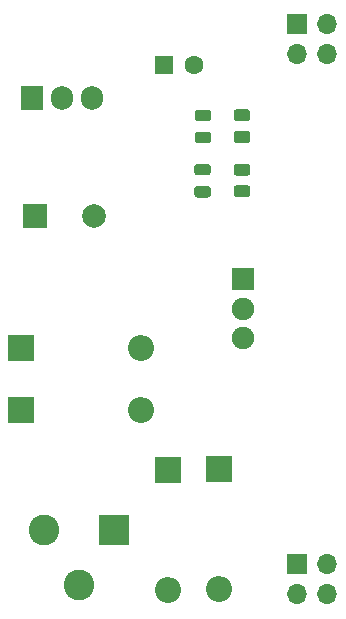
<source format=gts>
%TF.GenerationSoftware,KiCad,Pcbnew,(5.1.10-1-10_14)*%
%TF.CreationDate,2021-10-22T00:21:01+02:00*%
%TF.ProjectId,breadboard-psu,62726561-6462-46f6-9172-642d7073752e,a*%
%TF.SameCoordinates,Original*%
%TF.FileFunction,Soldermask,Top*%
%TF.FilePolarity,Negative*%
%FSLAX46Y46*%
G04 Gerber Fmt 4.6, Leading zero omitted, Abs format (unit mm)*
G04 Created by KiCad (PCBNEW (5.1.10-1-10_14)) date 2021-10-22 00:21:01*
%MOMM*%
%LPD*%
G01*
G04 APERTURE LIST*
%ADD10C,1.900000*%
%ADD11R,1.900000X1.900000*%
%ADD12R,2.000000X2.000000*%
%ADD13C,2.000000*%
%ADD14R,1.600000X1.600000*%
%ADD15C,1.600000*%
%ADD16R,2.200000X2.200000*%
%ADD17O,2.200000X2.200000*%
%ADD18R,2.600000X2.600000*%
%ADD19C,2.600000*%
%ADD20R,1.700000X1.700000*%
%ADD21O,1.700000X1.700000*%
%ADD22R,1.905000X2.000000*%
%ADD23O,1.905000X2.000000*%
G04 APERTURE END LIST*
D10*
%TO.C,SW1*%
X109982000Y-91995000D03*
X109982000Y-89495000D03*
D11*
X109982000Y-86995000D03*
%TD*%
D12*
%TO.C,C1*%
X92329000Y-81661000D03*
D13*
X97329000Y-81661000D03*
%TD*%
D14*
%TO.C,C2*%
X103251000Y-68834000D03*
D15*
X105751000Y-68834000D03*
%TD*%
D16*
%TO.C,D1*%
X91186000Y-92837000D03*
D17*
X101346000Y-92837000D03*
%TD*%
D16*
%TO.C,D2*%
X107950000Y-103079001D03*
D17*
X107950000Y-113239001D03*
%TD*%
%TO.C,D3*%
X101324001Y-98109001D03*
D16*
X91164001Y-98109001D03*
%TD*%
D17*
%TO.C,D4*%
X103632000Y-113284000D03*
D16*
X103632000Y-103124000D03*
%TD*%
%TO.C,D5*%
G36*
G01*
X106974251Y-80082999D02*
X106061751Y-80082999D01*
G75*
G02*
X105818001Y-79839249I0J243750D01*
G01*
X105818001Y-79351749D01*
G75*
G02*
X106061751Y-79107999I243750J0D01*
G01*
X106974251Y-79107999D01*
G75*
G02*
X107218001Y-79351749I0J-243750D01*
G01*
X107218001Y-79839249D01*
G75*
G02*
X106974251Y-80082999I-243750J0D01*
G01*
G37*
G36*
G01*
X106974251Y-78207999D02*
X106061751Y-78207999D01*
G75*
G02*
X105818001Y-77964249I0J243750D01*
G01*
X105818001Y-77476749D01*
G75*
G02*
X106061751Y-77232999I243750J0D01*
G01*
X106974251Y-77232999D01*
G75*
G02*
X107218001Y-77476749I0J-243750D01*
G01*
X107218001Y-77964249D01*
G75*
G02*
X106974251Y-78207999I-243750J0D01*
G01*
G37*
%TD*%
%TO.C,D6*%
G36*
G01*
X107013251Y-73625999D02*
X106100751Y-73625999D01*
G75*
G02*
X105857001Y-73382249I0J243750D01*
G01*
X105857001Y-72894749D01*
G75*
G02*
X106100751Y-72650999I243750J0D01*
G01*
X107013251Y-72650999D01*
G75*
G02*
X107257001Y-72894749I0J-243750D01*
G01*
X107257001Y-73382249D01*
G75*
G02*
X107013251Y-73625999I-243750J0D01*
G01*
G37*
G36*
G01*
X107013251Y-75500999D02*
X106100751Y-75500999D01*
G75*
G02*
X105857001Y-75257249I0J243750D01*
G01*
X105857001Y-74769749D01*
G75*
G02*
X106100751Y-74525999I243750J0D01*
G01*
X107013251Y-74525999D01*
G75*
G02*
X107257001Y-74769749I0J-243750D01*
G01*
X107257001Y-75257249D01*
G75*
G02*
X107013251Y-75500999I-243750J0D01*
G01*
G37*
%TD*%
D18*
%TO.C,J1*%
X99060000Y-108204000D03*
D19*
X93060000Y-108204000D03*
X96060000Y-112904000D03*
%TD*%
D20*
%TO.C,J2*%
X114554000Y-111125000D03*
D21*
X117094000Y-111125000D03*
X114554000Y-113665000D03*
X117094000Y-113665000D03*
%TD*%
%TO.C,J3*%
X117094000Y-67945000D03*
X114554000Y-67945000D03*
X117094000Y-65405000D03*
D20*
X114554000Y-65405000D03*
%TD*%
%TO.C,R1*%
G36*
G01*
X110305001Y-80061500D02*
X109404999Y-80061500D01*
G75*
G02*
X109155000Y-79811501I0J249999D01*
G01*
X109155000Y-79286499D01*
G75*
G02*
X109404999Y-79036500I249999J0D01*
G01*
X110305001Y-79036500D01*
G75*
G02*
X110555000Y-79286499I0J-249999D01*
G01*
X110555000Y-79811501D01*
G75*
G02*
X110305001Y-80061500I-249999J0D01*
G01*
G37*
G36*
G01*
X110305001Y-78236500D02*
X109404999Y-78236500D01*
G75*
G02*
X109155000Y-77986501I0J249999D01*
G01*
X109155000Y-77461499D01*
G75*
G02*
X109404999Y-77211500I249999J0D01*
G01*
X110305001Y-77211500D01*
G75*
G02*
X110555000Y-77461499I0J-249999D01*
G01*
X110555000Y-77986501D01*
G75*
G02*
X110305001Y-78236500I-249999J0D01*
G01*
G37*
%TD*%
%TO.C,R2*%
G36*
G01*
X110305001Y-73641000D02*
X109404999Y-73641000D01*
G75*
G02*
X109155000Y-73391001I0J249999D01*
G01*
X109155000Y-72865999D01*
G75*
G02*
X109404999Y-72616000I249999J0D01*
G01*
X110305001Y-72616000D01*
G75*
G02*
X110555000Y-72865999I0J-249999D01*
G01*
X110555000Y-73391001D01*
G75*
G02*
X110305001Y-73641000I-249999J0D01*
G01*
G37*
G36*
G01*
X110305001Y-75466000D02*
X109404999Y-75466000D01*
G75*
G02*
X109155000Y-75216001I0J249999D01*
G01*
X109155000Y-74690999D01*
G75*
G02*
X109404999Y-74441000I249999J0D01*
G01*
X110305001Y-74441000D01*
G75*
G02*
X110555000Y-74690999I0J-249999D01*
G01*
X110555000Y-75216001D01*
G75*
G02*
X110305001Y-75466000I-249999J0D01*
G01*
G37*
%TD*%
D22*
%TO.C,U1*%
X92075000Y-71628000D03*
D23*
X94615000Y-71628000D03*
X97155000Y-71628000D03*
%TD*%
M02*

</source>
